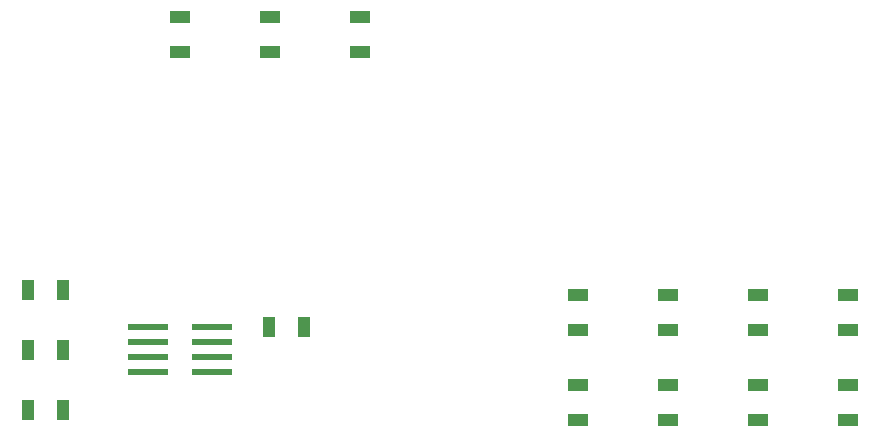
<source format=gtp>
G04*
G04 #@! TF.GenerationSoftware,Altium Limited,Altium Designer,25.2.1 (25)*
G04*
G04 Layer_Color=8421504*
%FSLAX25Y25*%
%MOIN*%
G70*
G04*
G04 #@! TF.SameCoordinates,33EAF51A-26EF-4A86-81AC-10F0C2BF7AB2*
G04*
G04*
G04 #@! TF.FilePolarity,Positive*
G04*
G01*
G75*
%ADD19R,0.07100X0.04400*%
%ADD20R,0.04400X0.07100*%
%ADD21R,0.13386X0.02362*%
D19*
X312500Y88400D02*
D03*
Y76600D02*
D03*
X282500Y88400D02*
D03*
Y76600D02*
D03*
X252500Y88400D02*
D03*
Y76600D02*
D03*
X222500Y88400D02*
D03*
Y76600D02*
D03*
X120000Y180900D02*
D03*
Y169100D02*
D03*
X312500Y46600D02*
D03*
Y58400D02*
D03*
X282500Y46600D02*
D03*
Y58400D02*
D03*
X252500Y46600D02*
D03*
Y58400D02*
D03*
X222500Y46600D02*
D03*
Y58400D02*
D03*
X90000Y169100D02*
D03*
Y180900D02*
D03*
X150000D02*
D03*
Y169100D02*
D03*
D20*
X119600Y77500D02*
D03*
X131400D02*
D03*
X39100Y50000D02*
D03*
X50900D02*
D03*
X39100Y70000D02*
D03*
X50900D02*
D03*
X39100Y90000D02*
D03*
X50900D02*
D03*
D21*
X79370Y77500D02*
D03*
Y72500D02*
D03*
Y67500D02*
D03*
Y62500D02*
D03*
X100630D02*
D03*
Y67500D02*
D03*
Y72500D02*
D03*
Y77500D02*
D03*
M02*

</source>
